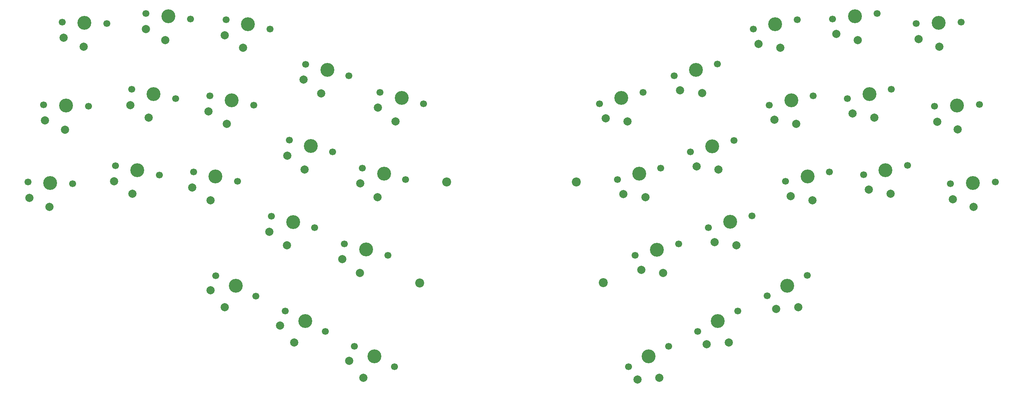
<source format=gts>
G04 #@! TF.GenerationSoftware,KiCad,Pcbnew,(6.0.6)*
G04 #@! TF.CreationDate,2022-07-31T21:57:04+09:00*
G04 #@! TF.ProjectId,nowt36lp,6e6f7774-3336-46c7-902e-6b696361645f,rev?*
G04 #@! TF.SameCoordinates,Original*
G04 #@! TF.FileFunction,Soldermask,Top*
G04 #@! TF.FilePolarity,Negative*
%FSLAX46Y46*%
G04 Gerber Fmt 4.6, Leading zero omitted, Abs format (unit mm)*
G04 Created by KiCad (PCBNEW (6.0.6)) date 2022-07-31 21:57:04*
%MOMM*%
%LPD*%
G01*
G04 APERTURE LIST*
%ADD10C,3.400000*%
%ADD11C,1.700000*%
%ADD12C,2.000000*%
%ADD13C,2.200000*%
G04 APERTURE END LIST*
D10*
X130962400Y-65659000D03*
D11*
X125649808Y-64235495D03*
X136274992Y-67082505D03*
D12*
X129435368Y-71357962D03*
X125149258Y-68035423D03*
D11*
X107412608Y-57377495D03*
X118037792Y-60224505D03*
D10*
X112725200Y-58801000D03*
D12*
X111198168Y-64499962D03*
X106912058Y-61177423D03*
D11*
X71597612Y-84480914D03*
D10*
X66217800Y-83337400D03*
D11*
X60837988Y-82193886D03*
D12*
X64991121Y-89108471D03*
X60536998Y-86014802D03*
D11*
X254807812Y-82168486D03*
D10*
X249428000Y-83312000D03*
D11*
X244048188Y-84455514D03*
D12*
X250654679Y-89083071D03*
X245327326Y-88068519D03*
D11*
X198758992Y-101344895D03*
D10*
X193446400Y-102768400D03*
D11*
X188133808Y-104191905D03*
D12*
X194973432Y-108467362D03*
X189600283Y-107733013D03*
D11*
X131906192Y-85624505D03*
X121281008Y-82777495D03*
D10*
X126593600Y-84201000D03*
D12*
X125066568Y-89899962D03*
X120780458Y-86577423D03*
D11*
X196289536Y-126408052D03*
D10*
X191389000Y-128905000D03*
D11*
X186488464Y-131401948D03*
D12*
X194067544Y-134161938D03*
X188659131Y-134560777D03*
D11*
X116912208Y-101319495D03*
D10*
X122224800Y-102743000D03*
D11*
X127537392Y-104166505D03*
D12*
X120697768Y-108441962D03*
X116411658Y-105119423D03*
D13*
X135370000Y-110890000D03*
D11*
X230249336Y-109085252D03*
X220448264Y-114079148D03*
D10*
X225348800Y-111582200D03*
D12*
X228027344Y-116839138D03*
X222618931Y-117237977D03*
D11*
X54213850Y-67679747D03*
D10*
X48717200Y-67487800D03*
D11*
X43220550Y-67295853D03*
D12*
X48511293Y-73384206D03*
X43587628Y-71110988D03*
D11*
X75560012Y-65837314D03*
D10*
X70180200Y-64693800D03*
D11*
X64800388Y-63550286D03*
D12*
X68953521Y-70464871D03*
X64499398Y-67371202D03*
D11*
X94711612Y-67386714D03*
D10*
X89331800Y-66243200D03*
D11*
X83951988Y-65099686D03*
D12*
X88105121Y-72014271D03*
X83650998Y-68920602D03*
D10*
X184708800Y-65659000D03*
D11*
X179396208Y-67082505D03*
X190021392Y-64235495D03*
D12*
X186235832Y-71357962D03*
X180862683Y-70623613D03*
D10*
X266928600Y-67462400D03*
D11*
X272425250Y-67270453D03*
X261431950Y-67654347D03*
D12*
X267134507Y-73358806D03*
X262064264Y-71434583D03*
D11*
X203455664Y-122740548D03*
X213256736Y-117746652D03*
D10*
X208356200Y-120243600D03*
D12*
X211034744Y-125500538D03*
X205626331Y-125899377D03*
D11*
X216695692Y-94539395D03*
X206070508Y-97386405D03*
D10*
X211383100Y-95962900D03*
D12*
X212910132Y-101661862D03*
X207536983Y-100927513D03*
D11*
X79964188Y-83743286D03*
X90723812Y-86030314D03*
D10*
X85344000Y-84886800D03*
D12*
X84117321Y-90657871D03*
X79663198Y-87564202D03*
D11*
X47767150Y-47052053D03*
D10*
X53263800Y-47244000D03*
D11*
X58760450Y-47435947D03*
D12*
X53057893Y-53140406D03*
X48134228Y-50867188D03*
D11*
X217022588Y-48768514D03*
X227782212Y-46481486D03*
D10*
X222402400Y-47625000D03*
D12*
X223629079Y-53396071D03*
X218301726Y-52381519D03*
D11*
X109655792Y-97410105D03*
D10*
X104343200Y-95986600D03*
D11*
X99030608Y-94563095D03*
D12*
X102816168Y-101685562D03*
X98530058Y-98363023D03*
D13*
X141970000Y-86200000D03*
D10*
X73761600Y-45643800D03*
D11*
X79220604Y-46314081D03*
X68302596Y-44973519D03*
D12*
X73042571Y-51499822D03*
X68335766Y-48806129D03*
D11*
X98674012Y-48743114D03*
D10*
X93294200Y-47599600D03*
D11*
X87914388Y-46456086D03*
D12*
X92067521Y-53370671D03*
X87613398Y-50277002D03*
D11*
X247368604Y-44948119D03*
X236450596Y-46288681D03*
D10*
X241909600Y-45618400D03*
D12*
X242628629Y-51474422D03*
X237409973Y-49999422D03*
D10*
X245491000Y-64668400D03*
D11*
X250870812Y-63524886D03*
X240111188Y-65811914D03*
D12*
X246717679Y-70439471D03*
X241390326Y-69424919D03*
D11*
X276311450Y-86244253D03*
X265318150Y-86628147D03*
D10*
X270814800Y-86436200D03*
D12*
X271020707Y-92332606D03*
X265950464Y-90408383D03*
D10*
X226339400Y-66243200D03*
D11*
X231719212Y-65099686D03*
X220959588Y-67386714D03*
D12*
X227566079Y-72014271D03*
X222238726Y-70999719D03*
D10*
X90322400Y-111607600D03*
D11*
X85421864Y-109110652D03*
X95222936Y-114104548D03*
D12*
X87643856Y-116864538D03*
X84142203Y-112723472D03*
D13*
X173690000Y-86200000D03*
D10*
X44881800Y-86436200D03*
D11*
X39385150Y-86244253D03*
X50378450Y-86628147D03*
D12*
X44675893Y-92332606D03*
X39752228Y-90059388D03*
D11*
X267904050Y-47052053D03*
X256910750Y-47435947D03*
D10*
X262407400Y-47244000D03*
D12*
X262613307Y-53140406D03*
X257543064Y-51216183D03*
D11*
X197658808Y-60199105D03*
D10*
X202971400Y-58775600D03*
D11*
X208283992Y-57352095D03*
D12*
X204498432Y-64474562D03*
X199125283Y-63740213D03*
D11*
X112215536Y-122740548D03*
D10*
X107315000Y-120243600D03*
D11*
X102414464Y-117746652D03*
D12*
X104636456Y-125500538D03*
X101134803Y-121359472D03*
D10*
X206984600Y-77444600D03*
D11*
X201672008Y-78868105D03*
X212297192Y-76021095D03*
D12*
X208511632Y-83143562D03*
X203138483Y-82409213D03*
D11*
X119362664Y-126387752D03*
X129163736Y-131381648D03*
D10*
X124263200Y-128884700D03*
D12*
X121584656Y-134141638D03*
X118083003Y-130000572D03*
D10*
X230327200Y-84886800D03*
D11*
X224947388Y-86030314D03*
X235707012Y-83743286D03*
D12*
X231553879Y-90657871D03*
X226226526Y-89643319D03*
D10*
X189077600Y-84201000D03*
D11*
X183765008Y-85624505D03*
X194390192Y-82777495D03*
D12*
X190604632Y-89899962D03*
X185231483Y-89165613D03*
D13*
X180280000Y-110850000D03*
D11*
X114024592Y-78842705D03*
X103399408Y-75995695D03*
D10*
X108712000Y-77419200D03*
D12*
X107184968Y-83118162D03*
X102898858Y-79795623D03*
M02*

</source>
